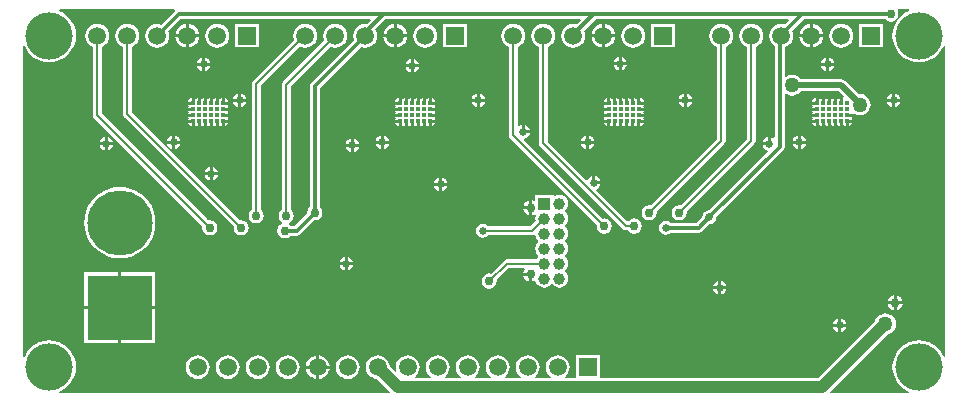
<source format=gbl>
G04*
G04 #@! TF.GenerationSoftware,Altium Limited,Altium Designer,20.1.12 (249)*
G04*
G04 Layer_Physical_Order=2*
G04 Layer_Color=16711680*
%FSLAX24Y24*%
%MOIN*%
G70*
G04*
G04 #@! TF.SameCoordinates,7611F4AC-675D-4E0A-8C32-16A27ADB78BB*
G04*
G04*
G04 #@! TF.FilePolarity,Positive*
G04*
G01*
G75*
%ADD45C,0.0120*%
%ADD46C,0.0080*%
%ADD47C,0.0400*%
%ADD50C,0.2172*%
%ADD51R,0.2172X0.2172*%
%ADD52R,0.0591X0.0591*%
%ADD53C,0.0591*%
%ADD54R,0.0394X0.0394*%
%ADD55C,0.0394*%
%ADD56C,0.0300*%
%ADD57C,0.0500*%
%ADD58C,0.0250*%
%ADD59C,0.0150*%
%ADD60C,0.1575*%
%ADD61C,0.0200*%
G36*
X56209Y39424D02*
X56055Y39341D01*
X55919Y39231D01*
X55809Y39095D01*
X55726Y38941D01*
X55675Y38774D01*
X55658Y38600D01*
X55675Y38426D01*
X55726Y38259D01*
X55809Y38105D01*
X55919Y37969D01*
X56055Y37859D01*
X56209Y37776D01*
X56376Y37725D01*
X56550Y37708D01*
X56724Y37725D01*
X56891Y37776D01*
X57045Y37859D01*
X57181Y37969D01*
X57291Y38105D01*
X57374Y38259D01*
X57423Y38252D01*
X57423Y27898D01*
X57374Y27891D01*
X57291Y28045D01*
X57181Y28181D01*
X57045Y28291D01*
X56891Y28374D01*
X56724Y28425D01*
X56550Y28442D01*
X56376Y28425D01*
X56209Y28374D01*
X56055Y28291D01*
X55919Y28181D01*
X55809Y28045D01*
X55726Y27891D01*
X55675Y27724D01*
X55658Y27550D01*
X55675Y27376D01*
X55726Y27209D01*
X55809Y27055D01*
X55919Y26919D01*
X56055Y26809D01*
X56209Y26726D01*
X56202Y26677D01*
X53599D01*
X53580Y26724D01*
X55511Y28654D01*
X55516Y28655D01*
X55601Y28690D01*
X55674Y28746D01*
X55730Y28819D01*
X55765Y28904D01*
X55777Y28996D01*
X55765Y29087D01*
X55730Y29172D01*
X55674Y29245D01*
X55601Y29301D01*
X55516Y29337D01*
X55424Y29349D01*
X55333Y29337D01*
X55248Y29301D01*
X55175Y29245D01*
X55119Y29172D01*
X55083Y29087D01*
X55083Y29082D01*
X53178Y27178D01*
X45895D01*
Y27945D01*
X45105D01*
Y27178D01*
X44746D01*
X44729Y27228D01*
X44782Y27268D01*
X44845Y27351D01*
X44885Y27447D01*
X44899Y27550D01*
X44885Y27653D01*
X44845Y27749D01*
X44782Y27832D01*
X44699Y27895D01*
X44603Y27935D01*
X44500Y27949D01*
X44397Y27935D01*
X44301Y27895D01*
X44218Y27832D01*
X44155Y27749D01*
X44115Y27653D01*
X44101Y27550D01*
X44115Y27447D01*
X44155Y27351D01*
X44218Y27268D01*
X44271Y27228D01*
X44254Y27178D01*
X43746D01*
X43729Y27228D01*
X43782Y27268D01*
X43845Y27351D01*
X43885Y27447D01*
X43899Y27550D01*
X43885Y27653D01*
X43845Y27749D01*
X43782Y27832D01*
X43699Y27895D01*
X43603Y27935D01*
X43500Y27949D01*
X43397Y27935D01*
X43301Y27895D01*
X43218Y27832D01*
X43155Y27749D01*
X43115Y27653D01*
X43101Y27550D01*
X43115Y27447D01*
X43155Y27351D01*
X43218Y27268D01*
X43271Y27228D01*
X43254Y27178D01*
X42746D01*
X42729Y27228D01*
X42782Y27268D01*
X42845Y27351D01*
X42885Y27447D01*
X42899Y27550D01*
X42885Y27653D01*
X42845Y27749D01*
X42782Y27832D01*
X42699Y27895D01*
X42603Y27935D01*
X42500Y27949D01*
X42397Y27935D01*
X42301Y27895D01*
X42218Y27832D01*
X42155Y27749D01*
X42115Y27653D01*
X42101Y27550D01*
X42115Y27447D01*
X42155Y27351D01*
X42218Y27268D01*
X42271Y27228D01*
X42254Y27178D01*
X41746D01*
X41729Y27228D01*
X41782Y27268D01*
X41845Y27351D01*
X41885Y27447D01*
X41899Y27550D01*
X41885Y27653D01*
X41845Y27749D01*
X41782Y27832D01*
X41699Y27895D01*
X41603Y27935D01*
X41500Y27949D01*
X41397Y27935D01*
X41301Y27895D01*
X41218Y27832D01*
X41155Y27749D01*
X41115Y27653D01*
X41101Y27550D01*
X41115Y27447D01*
X41155Y27351D01*
X41218Y27268D01*
X41271Y27228D01*
X41254Y27178D01*
X40746D01*
X40729Y27228D01*
X40782Y27268D01*
X40845Y27351D01*
X40885Y27447D01*
X40899Y27550D01*
X40885Y27653D01*
X40845Y27749D01*
X40782Y27832D01*
X40699Y27895D01*
X40603Y27935D01*
X40500Y27949D01*
X40397Y27935D01*
X40301Y27895D01*
X40218Y27832D01*
X40155Y27749D01*
X40115Y27653D01*
X40101Y27550D01*
X40115Y27447D01*
X40155Y27351D01*
X40218Y27268D01*
X40271Y27228D01*
X40254Y27178D01*
X39746D01*
X39729Y27228D01*
X39782Y27268D01*
X39845Y27351D01*
X39885Y27447D01*
X39899Y27550D01*
X39885Y27653D01*
X39845Y27749D01*
X39782Y27832D01*
X39699Y27895D01*
X39603Y27935D01*
X39500Y27949D01*
X39397Y27935D01*
X39301Y27895D01*
X39218Y27832D01*
X39155Y27749D01*
X39115Y27653D01*
X39101Y27550D01*
X39115Y27447D01*
X39124Y27424D01*
X39082Y27396D01*
X38894Y27584D01*
X38885Y27653D01*
X38845Y27749D01*
X38782Y27832D01*
X38699Y27895D01*
X38603Y27935D01*
X38500Y27949D01*
X38397Y27935D01*
X38301Y27895D01*
X38218Y27832D01*
X38155Y27749D01*
X38115Y27653D01*
X38101Y27550D01*
X38115Y27447D01*
X38155Y27351D01*
X38218Y27268D01*
X38301Y27205D01*
X38397Y27165D01*
X38466Y27156D01*
X38898Y26724D01*
X38879Y26677D01*
X27898D01*
X27891Y26726D01*
X28045Y26809D01*
X28181Y26919D01*
X28291Y27055D01*
X28374Y27209D01*
X28425Y27376D01*
X28442Y27550D01*
X28425Y27724D01*
X28374Y27891D01*
X28291Y28045D01*
X28181Y28181D01*
X28045Y28291D01*
X27891Y28374D01*
X27724Y28425D01*
X27550Y28442D01*
X27376Y28425D01*
X27209Y28374D01*
X27055Y28291D01*
X26919Y28181D01*
X26809Y28045D01*
X26726Y27891D01*
X26677Y27898D01*
X26677Y38252D01*
X26726Y38259D01*
X26809Y38105D01*
X26919Y37969D01*
X27055Y37859D01*
X27209Y37776D01*
X27376Y37725D01*
X27550Y37708D01*
X27724Y37725D01*
X27891Y37776D01*
X28045Y37859D01*
X28181Y37969D01*
X28291Y38105D01*
X28374Y38259D01*
X28425Y38426D01*
X28442Y38600D01*
X28425Y38774D01*
X28374Y38941D01*
X28291Y39095D01*
X28181Y39231D01*
X28045Y39341D01*
X27891Y39424D01*
X27898Y39473D01*
X31721D01*
X31742Y39423D01*
X31289Y38970D01*
X31253Y38985D01*
X31150Y38999D01*
X31047Y38985D01*
X30951Y38945D01*
X30868Y38882D01*
X30805Y38799D01*
X30765Y38703D01*
X30751Y38600D01*
X30765Y38497D01*
X30805Y38401D01*
X30868Y38318D01*
X30951Y38255D01*
X31047Y38215D01*
X31150Y38201D01*
X31253Y38215D01*
X31349Y38255D01*
X31432Y38318D01*
X31495Y38401D01*
X31535Y38497D01*
X31549Y38600D01*
X31535Y38703D01*
X31520Y38739D01*
X31943Y39162D01*
X38241D01*
X38260Y39116D01*
X38136Y38992D01*
X38083Y38999D01*
X37980Y38985D01*
X37884Y38945D01*
X37801Y38882D01*
X37738Y38799D01*
X37698Y38703D01*
X37685Y38600D01*
X37698Y38497D01*
X37713Y38461D01*
X36285Y37032D01*
X36249Y36979D01*
X36237Y36917D01*
Y32892D01*
X36220Y32880D01*
X36165Y32798D01*
X36145Y32700D01*
X36149Y32680D01*
X35732Y32263D01*
X35592D01*
X35580Y32280D01*
X35534Y32311D01*
X35545Y32364D01*
X35548Y32364D01*
X35630Y32420D01*
X35686Y32502D01*
X35705Y32600D01*
X35686Y32698D01*
X35630Y32780D01*
X35593Y32805D01*
Y36908D01*
X36924Y38238D01*
X36980Y38215D01*
X37083Y38201D01*
X37187Y38215D01*
X37283Y38255D01*
X37365Y38318D01*
X37429Y38401D01*
X37468Y38497D01*
X37482Y38600D01*
X37468Y38703D01*
X37429Y38799D01*
X37365Y38882D01*
X37283Y38945D01*
X37187Y38985D01*
X37083Y38999D01*
X36980Y38985D01*
X36884Y38945D01*
X36801Y38882D01*
X36738Y38799D01*
X36698Y38703D01*
X36685Y38600D01*
X36698Y38497D01*
X36722Y38440D01*
X35349Y37068D01*
X35318Y37021D01*
X35307Y36967D01*
X35307Y36967D01*
Y32805D01*
X35270Y32780D01*
X35215Y32698D01*
X35195Y32600D01*
X35215Y32502D01*
X35270Y32420D01*
X35316Y32389D01*
X35305Y32336D01*
X35302Y32336D01*
X35220Y32280D01*
X35164Y32198D01*
X35145Y32100D01*
X35164Y32002D01*
X35220Y31920D01*
X35302Y31865D01*
X35400Y31845D01*
X35498Y31865D01*
X35580Y31920D01*
X35592Y31937D01*
X35800D01*
X35862Y31949D01*
X35915Y31985D01*
X36380Y32449D01*
X36400Y32445D01*
X36498Y32464D01*
X36580Y32520D01*
X36635Y32602D01*
X36655Y32700D01*
X36635Y32798D01*
X36580Y32880D01*
X36563Y32892D01*
Y36849D01*
X37944Y38230D01*
X37980Y38215D01*
X38083Y38201D01*
X38187Y38215D01*
X38283Y38255D01*
X38365Y38318D01*
X38429Y38401D01*
X38468Y38497D01*
X38482Y38600D01*
X38468Y38703D01*
X38429Y38799D01*
X38418Y38813D01*
X38768Y39162D01*
X45241D01*
X45260Y39116D01*
X45127Y38982D01*
X45120Y38985D01*
X45017Y38999D01*
X44913Y38985D01*
X44817Y38945D01*
X44735Y38882D01*
X44671Y38799D01*
X44632Y38703D01*
X44618Y38600D01*
X44632Y38497D01*
X44671Y38401D01*
X44735Y38318D01*
X44817Y38255D01*
X44913Y38215D01*
X45017Y38201D01*
X45120Y38215D01*
X45216Y38255D01*
X45299Y38318D01*
X45362Y38401D01*
X45402Y38497D01*
X45415Y38600D01*
X45402Y38703D01*
X45375Y38769D01*
X45768Y39162D01*
X52191D01*
X52210Y39116D01*
X52072Y38977D01*
X52053Y38985D01*
X51950Y38999D01*
X51847Y38985D01*
X51751Y38945D01*
X51668Y38882D01*
X51605Y38799D01*
X51565Y38703D01*
X51551Y38600D01*
X51565Y38497D01*
X51605Y38401D01*
X51668Y38318D01*
X51737Y38265D01*
Y35206D01*
X51687Y35179D01*
X51638Y35212D01*
X51600Y35219D01*
Y35000D01*
X51550D01*
Y34950D01*
X51331D01*
X51338Y34912D01*
X51388Y34838D01*
X51462Y34788D01*
X51490Y34783D01*
X51504Y34735D01*
X49548Y32779D01*
X49462Y32762D01*
X49388Y32712D01*
X49338Y32638D01*
X49321Y32552D01*
X49132Y32363D01*
X48261D01*
X48188Y32412D01*
X48100Y32429D01*
X48012Y32412D01*
X47938Y32362D01*
X47888Y32288D01*
X47871Y32200D01*
X47888Y32112D01*
X47938Y32038D01*
X48012Y31988D01*
X48100Y31971D01*
X48188Y31988D01*
X48261Y32037D01*
X49200D01*
X49262Y32049D01*
X49315Y32085D01*
X49552Y32321D01*
X49638Y32338D01*
X49712Y32388D01*
X49762Y32462D01*
X49779Y32548D01*
X52015Y34785D01*
X52051Y34838D01*
X52063Y34900D01*
Y36642D01*
X52108Y36664D01*
X52133Y36644D01*
X52219Y36609D01*
X52310Y36597D01*
X52401Y36609D01*
X52487Y36644D01*
X52560Y36700D01*
X52595Y36746D01*
X53854D01*
X54029Y36572D01*
X54017Y36518D01*
X54014Y36516D01*
X54000Y36518D01*
Y36350D01*
X53900D01*
Y36518D01*
X53882Y36515D01*
X53850Y36494D01*
X53818Y36515D01*
X53800Y36518D01*
Y36350D01*
X53700D01*
Y36518D01*
X53682Y36515D01*
X53650Y36494D01*
X53618Y36515D01*
X53600Y36518D01*
Y36350D01*
X53500D01*
Y36518D01*
X53482Y36515D01*
X53450Y36494D01*
X53418Y36515D01*
X53400Y36518D01*
Y36350D01*
X53300D01*
Y36518D01*
X53282Y36515D01*
X53250Y36494D01*
X53218Y36515D01*
X53200Y36518D01*
Y36350D01*
X53150D01*
Y36300D01*
X52982D01*
X52985Y36282D01*
X53006Y36250D01*
X52985Y36218D01*
X52982Y36200D01*
X53150D01*
Y36100D01*
X52982D01*
X52985Y36082D01*
X53006Y36050D01*
X52985Y36018D01*
X52982Y36000D01*
X53150D01*
Y35900D01*
X52982D01*
X52985Y35882D01*
X53006Y35850D01*
X52985Y35818D01*
X52982Y35800D01*
X53150D01*
Y35750D01*
X53200D01*
Y35582D01*
X53218Y35585D01*
X53250Y35606D01*
X53282Y35585D01*
X53300Y35582D01*
Y35750D01*
X53400D01*
Y35582D01*
X53418Y35585D01*
X53450Y35606D01*
X53482Y35585D01*
X53500Y35582D01*
Y35750D01*
X53600D01*
Y35582D01*
X53618Y35585D01*
X53650Y35606D01*
X53682Y35585D01*
X53700Y35582D01*
Y35750D01*
X53800D01*
Y35582D01*
X53818Y35585D01*
X53850Y35606D01*
X53882Y35585D01*
X53900Y35582D01*
Y35750D01*
X54000D01*
Y35582D01*
X54018Y35585D01*
X54050Y35606D01*
X54082Y35585D01*
X54100Y35582D01*
Y35750D01*
X54150D01*
Y35800D01*
X54318D01*
X54315Y35818D01*
X54294Y35850D01*
X54315Y35882D01*
X54318Y35900D01*
X54150D01*
Y36000D01*
X54335D01*
X54366Y36019D01*
X54398Y35994D01*
X54483Y35959D01*
X54574Y35947D01*
X54666Y35959D01*
X54751Y35994D01*
X54824Y36050D01*
X54880Y36123D01*
X54915Y36209D01*
X54927Y36300D01*
X54915Y36391D01*
X54880Y36477D01*
X54824Y36550D01*
X54751Y36606D01*
X54666Y36641D01*
X54574Y36653D01*
X54530Y36647D01*
X54083Y37094D01*
X54017Y37138D01*
X53939Y37154D01*
X52595D01*
X52560Y37200D01*
X52487Y37256D01*
X52401Y37291D01*
X52310Y37303D01*
X52219Y37291D01*
X52133Y37256D01*
X52108Y37236D01*
X52063Y37258D01*
Y38219D01*
X52149Y38255D01*
X52232Y38318D01*
X52295Y38401D01*
X52335Y38497D01*
X52349Y38600D01*
X52335Y38703D01*
X52313Y38757D01*
X52718Y39162D01*
X55408D01*
X55420Y39145D01*
X55502Y39090D01*
X55600Y39070D01*
X55698Y39090D01*
X55780Y39145D01*
X55835Y39227D01*
X55855Y39325D01*
X55835Y39423D01*
X55832Y39428D01*
X55855Y39473D01*
X56202D01*
X56209Y39424D01*
D02*
G37*
%LPC*%
G36*
X53000Y38992D02*
Y38650D01*
X53342D01*
X53335Y38703D01*
X53295Y38799D01*
X53232Y38882D01*
X53149Y38945D01*
X53053Y38985D01*
X53000Y38992D01*
D02*
G37*
G36*
X32200D02*
Y38650D01*
X32542D01*
X32535Y38703D01*
X32495Y38799D01*
X32432Y38882D01*
X32349Y38945D01*
X32253Y38985D01*
X32200Y38992D01*
D02*
G37*
G36*
X39133Y38992D02*
Y38650D01*
X39475D01*
X39468Y38703D01*
X39429Y38799D01*
X39365Y38882D01*
X39283Y38945D01*
X39187Y38985D01*
X39133Y38992D01*
D02*
G37*
G36*
X46067D02*
Y38650D01*
X46409D01*
X46402Y38703D01*
X46362Y38799D01*
X46299Y38882D01*
X46216Y38945D01*
X46120Y38985D01*
X46067Y38992D01*
D02*
G37*
G36*
X45967Y38992D02*
X45913Y38985D01*
X45817Y38945D01*
X45735Y38882D01*
X45671Y38799D01*
X45632Y38703D01*
X45625Y38650D01*
X45967D01*
Y38992D01*
D02*
G37*
G36*
X39033D02*
X38980Y38985D01*
X38884Y38945D01*
X38801Y38882D01*
X38738Y38799D01*
X38698Y38703D01*
X38691Y38650D01*
X39033D01*
Y38992D01*
D02*
G37*
G36*
X32100D02*
X32047Y38985D01*
X31951Y38945D01*
X31868Y38882D01*
X31805Y38799D01*
X31765Y38703D01*
X31758Y38650D01*
X32100D01*
Y38992D01*
D02*
G37*
G36*
X52900Y38992D02*
X52847Y38985D01*
X52751Y38945D01*
X52668Y38882D01*
X52605Y38799D01*
X52565Y38703D01*
X52558Y38650D01*
X52900D01*
Y38992D01*
D02*
G37*
G36*
X45967Y38550D02*
X45625D01*
X45632Y38497D01*
X45671Y38401D01*
X45735Y38318D01*
X45817Y38255D01*
X45913Y38215D01*
X45967Y38208D01*
Y38550D01*
D02*
G37*
G36*
X53342D02*
X53000D01*
Y38208D01*
X53053Y38215D01*
X53149Y38255D01*
X53232Y38318D01*
X53295Y38401D01*
X53335Y38497D01*
X53342Y38550D01*
D02*
G37*
G36*
X39033D02*
X38691D01*
X38698Y38497D01*
X38738Y38401D01*
X38801Y38318D01*
X38884Y38255D01*
X38980Y38215D01*
X39033Y38208D01*
Y38550D01*
D02*
G37*
G36*
X32542D02*
X32200D01*
Y38208D01*
X32253Y38215D01*
X32349Y38255D01*
X32432Y38318D01*
X32495Y38401D01*
X32535Y38497D01*
X32542Y38550D01*
D02*
G37*
G36*
X32100D02*
X31758D01*
X31765Y38497D01*
X31805Y38401D01*
X31868Y38318D01*
X31951Y38255D01*
X32047Y38215D01*
X32100Y38208D01*
Y38550D01*
D02*
G37*
G36*
X39475D02*
X39133D01*
Y38208D01*
X39187Y38215D01*
X39283Y38255D01*
X39365Y38318D01*
X39429Y38401D01*
X39468Y38497D01*
X39475Y38550D01*
D02*
G37*
G36*
X52900D02*
X52558D01*
X52565Y38497D01*
X52605Y38401D01*
X52668Y38318D01*
X52751Y38255D01*
X52847Y38215D01*
X52900Y38208D01*
Y38550D01*
D02*
G37*
G36*
X46409D02*
X46067D01*
Y38208D01*
X46120Y38215D01*
X46216Y38255D01*
X46299Y38318D01*
X46362Y38401D01*
X46402Y38497D01*
X46409Y38550D01*
D02*
G37*
G36*
X55345Y38995D02*
X54555D01*
Y38205D01*
X55345D01*
Y38995D01*
D02*
G37*
G36*
X48412D02*
X47621D01*
Y38205D01*
X48412D01*
Y38995D01*
D02*
G37*
G36*
X41479D02*
X40688D01*
Y38205D01*
X41479D01*
Y38995D01*
D02*
G37*
G36*
X34545D02*
X33755D01*
Y38205D01*
X34545D01*
Y38995D01*
D02*
G37*
G36*
X53950Y38999D02*
X53847Y38985D01*
X53751Y38945D01*
X53668Y38882D01*
X53605Y38799D01*
X53565Y38703D01*
X53551Y38600D01*
X53565Y38497D01*
X53605Y38401D01*
X53668Y38318D01*
X53751Y38255D01*
X53847Y38215D01*
X53950Y38201D01*
X54053Y38215D01*
X54149Y38255D01*
X54232Y38318D01*
X54295Y38401D01*
X54335Y38497D01*
X54349Y38600D01*
X54335Y38703D01*
X54295Y38799D01*
X54232Y38882D01*
X54149Y38945D01*
X54053Y38985D01*
X53950Y38999D01*
D02*
G37*
G36*
X47017D02*
X46913Y38985D01*
X46817Y38945D01*
X46735Y38882D01*
X46671Y38799D01*
X46632Y38703D01*
X46618Y38600D01*
X46632Y38497D01*
X46671Y38401D01*
X46735Y38318D01*
X46817Y38255D01*
X46913Y38215D01*
X47017Y38201D01*
X47120Y38215D01*
X47216Y38255D01*
X47299Y38318D01*
X47362Y38401D01*
X47402Y38497D01*
X47415Y38600D01*
X47402Y38703D01*
X47362Y38799D01*
X47299Y38882D01*
X47216Y38945D01*
X47120Y38985D01*
X47017Y38999D01*
D02*
G37*
G36*
X40083D02*
X39980Y38985D01*
X39884Y38945D01*
X39801Y38882D01*
X39738Y38799D01*
X39698Y38703D01*
X39685Y38600D01*
X39698Y38497D01*
X39738Y38401D01*
X39801Y38318D01*
X39884Y38255D01*
X39980Y38215D01*
X40083Y38201D01*
X40187Y38215D01*
X40283Y38255D01*
X40365Y38318D01*
X40429Y38401D01*
X40468Y38497D01*
X40482Y38600D01*
X40468Y38703D01*
X40429Y38799D01*
X40365Y38882D01*
X40283Y38945D01*
X40187Y38985D01*
X40083Y38999D01*
D02*
G37*
G36*
X36083D02*
X35980Y38985D01*
X35884Y38945D01*
X35801Y38882D01*
X35738Y38799D01*
X35698Y38703D01*
X35685Y38600D01*
X35698Y38497D01*
X35712Y38464D01*
X34349Y37101D01*
X34318Y37055D01*
X34307Y37000D01*
X34307Y37000D01*
Y32805D01*
X34270Y32780D01*
X34214Y32698D01*
X34195Y32600D01*
X34214Y32502D01*
X34270Y32420D01*
X34352Y32364D01*
X34450Y32345D01*
X34548Y32364D01*
X34630Y32420D01*
X34685Y32502D01*
X34705Y32600D01*
X34685Y32698D01*
X34630Y32780D01*
X34593Y32805D01*
Y36941D01*
X35900Y38248D01*
X35980Y38215D01*
X36083Y38201D01*
X36187Y38215D01*
X36283Y38255D01*
X36365Y38318D01*
X36429Y38401D01*
X36468Y38497D01*
X36482Y38600D01*
X36468Y38703D01*
X36429Y38799D01*
X36365Y38882D01*
X36283Y38945D01*
X36187Y38985D01*
X36083Y38999D01*
D02*
G37*
G36*
X33150D02*
X33047Y38985D01*
X32951Y38945D01*
X32868Y38882D01*
X32805Y38799D01*
X32765Y38703D01*
X32751Y38600D01*
X32765Y38497D01*
X32805Y38401D01*
X32868Y38318D01*
X32951Y38255D01*
X33047Y38215D01*
X33150Y38201D01*
X33253Y38215D01*
X33349Y38255D01*
X33432Y38318D01*
X33495Y38401D01*
X33535Y38497D01*
X33549Y38600D01*
X33535Y38703D01*
X33495Y38799D01*
X33432Y38882D01*
X33349Y38945D01*
X33253Y38985D01*
X33150Y38999D01*
D02*
G37*
G36*
X46629Y37886D02*
Y37717D01*
X46798D01*
X46791Y37755D01*
X46741Y37829D01*
X46666Y37879D01*
X46629Y37886D01*
D02*
G37*
G36*
X46529D02*
X46491Y37879D01*
X46416Y37829D01*
X46367Y37755D01*
X46359Y37717D01*
X46529D01*
Y37886D01*
D02*
G37*
G36*
X53550Y37869D02*
Y37700D01*
X53719D01*
X53712Y37738D01*
X53662Y37812D01*
X53588Y37862D01*
X53550Y37869D01*
D02*
G37*
G36*
X53450D02*
X53412Y37862D01*
X53338Y37812D01*
X53288Y37738D01*
X53281Y37700D01*
X53450D01*
Y37869D01*
D02*
G37*
G36*
X32750D02*
Y37700D01*
X32919D01*
X32912Y37738D01*
X32862Y37812D01*
X32788Y37862D01*
X32750Y37869D01*
D02*
G37*
G36*
X32650D02*
X32612Y37862D01*
X32538Y37812D01*
X32488Y37738D01*
X32481Y37700D01*
X32650D01*
Y37869D01*
D02*
G37*
G36*
X39700Y37819D02*
Y37650D01*
X39869D01*
X39862Y37688D01*
X39812Y37762D01*
X39738Y37812D01*
X39700Y37819D01*
D02*
G37*
G36*
X39600D02*
X39562Y37812D01*
X39488Y37762D01*
X39438Y37688D01*
X39431Y37650D01*
X39600D01*
Y37819D01*
D02*
G37*
G36*
X46798Y37617D02*
X46629D01*
Y37448D01*
X46666Y37455D01*
X46741Y37505D01*
X46791Y37579D01*
X46798Y37617D01*
D02*
G37*
G36*
X46529D02*
X46359D01*
X46367Y37579D01*
X46416Y37505D01*
X46491Y37455D01*
X46529Y37448D01*
Y37617D01*
D02*
G37*
G36*
X32919Y37600D02*
X32750D01*
Y37431D01*
X32788Y37438D01*
X32862Y37488D01*
X32912Y37562D01*
X32919Y37600D01*
D02*
G37*
G36*
X32650D02*
X32481D01*
X32488Y37562D01*
X32538Y37488D01*
X32612Y37438D01*
X32650Y37431D01*
Y37600D01*
D02*
G37*
G36*
X53719D02*
X53550D01*
Y37431D01*
X53588Y37438D01*
X53662Y37488D01*
X53712Y37562D01*
X53719Y37600D01*
D02*
G37*
G36*
X53450D02*
X53281D01*
X53288Y37562D01*
X53338Y37488D01*
X53412Y37438D01*
X53450Y37431D01*
Y37600D01*
D02*
G37*
G36*
X39869Y37550D02*
X39700D01*
Y37381D01*
X39738Y37388D01*
X39812Y37438D01*
X39862Y37512D01*
X39869Y37550D01*
D02*
G37*
G36*
X39600D02*
X39431D01*
X39438Y37512D01*
X39488Y37438D01*
X39562Y37388D01*
X39600Y37381D01*
Y37550D01*
D02*
G37*
G36*
X55750Y36669D02*
Y36500D01*
X55919D01*
X55912Y36538D01*
X55862Y36612D01*
X55788Y36662D01*
X55750Y36669D01*
D02*
G37*
G36*
X55650D02*
X55612Y36662D01*
X55538Y36612D01*
X55488Y36538D01*
X55481Y36500D01*
X55650D01*
Y36669D01*
D02*
G37*
G36*
X48800D02*
Y36500D01*
X48969D01*
X48962Y36538D01*
X48912Y36612D01*
X48838Y36662D01*
X48800Y36669D01*
D02*
G37*
G36*
X48700D02*
X48662Y36662D01*
X48588Y36612D01*
X48538Y36538D01*
X48531Y36500D01*
X48700D01*
Y36669D01*
D02*
G37*
G36*
X41900D02*
Y36500D01*
X42069D01*
X42062Y36538D01*
X42012Y36612D01*
X41938Y36662D01*
X41900Y36669D01*
D02*
G37*
G36*
X41800D02*
X41762Y36662D01*
X41688Y36612D01*
X41638Y36538D01*
X41631Y36500D01*
X41800D01*
Y36669D01*
D02*
G37*
G36*
X33950D02*
Y36500D01*
X34119D01*
X34112Y36538D01*
X34062Y36612D01*
X33988Y36662D01*
X33950Y36669D01*
D02*
G37*
G36*
X33850D02*
X33812Y36662D01*
X33738Y36612D01*
X33688Y36538D01*
X33681Y36500D01*
X33850D01*
Y36669D01*
D02*
G37*
G36*
X47150Y36518D02*
X47132Y36515D01*
X47100Y36494D01*
X47068Y36515D01*
X47050Y36518D01*
Y36350D01*
X46950D01*
Y36518D01*
X46932Y36515D01*
X46900Y36494D01*
X46868Y36515D01*
X46850Y36518D01*
Y36350D01*
X46750D01*
Y36518D01*
X46732Y36515D01*
X46700Y36494D01*
X46668Y36515D01*
X46650Y36518D01*
Y36350D01*
X46550D01*
Y36518D01*
X46532Y36515D01*
X46500Y36494D01*
X46468Y36515D01*
X46450Y36518D01*
Y36350D01*
X46350D01*
Y36518D01*
X46332Y36515D01*
X46300Y36494D01*
X46268Y36515D01*
X46250Y36518D01*
Y36350D01*
X46200D01*
Y36300D01*
X46032D01*
X46035Y36282D01*
X46056Y36250D01*
X46035Y36218D01*
X46032Y36200D01*
X46200D01*
Y36100D01*
X46032D01*
X46035Y36082D01*
X46056Y36050D01*
X46035Y36018D01*
X46032Y36000D01*
X46200D01*
Y35900D01*
X46032D01*
X46035Y35882D01*
X46056Y35850D01*
X46035Y35818D01*
X46032Y35800D01*
X46200D01*
Y35750D01*
X46250D01*
Y35582D01*
X46268Y35585D01*
X46300Y35606D01*
X46332Y35585D01*
X46350Y35582D01*
Y35750D01*
X46450D01*
Y35582D01*
X46468Y35585D01*
X46500Y35606D01*
X46532Y35585D01*
X46550Y35582D01*
Y35750D01*
X46650D01*
Y35582D01*
X46668Y35585D01*
X46700Y35606D01*
X46732Y35585D01*
X46750Y35582D01*
Y35750D01*
X46850D01*
Y35582D01*
X46868Y35585D01*
X46900Y35606D01*
X46932Y35585D01*
X46950Y35582D01*
Y35750D01*
X47050D01*
Y35582D01*
X47068Y35585D01*
X47100Y35606D01*
X47132Y35585D01*
X47150Y35582D01*
Y35750D01*
X47200D01*
Y35800D01*
X47368D01*
X47365Y35818D01*
X47344Y35850D01*
X47365Y35882D01*
X47368Y35900D01*
X47200D01*
Y36000D01*
X47368D01*
X47365Y36018D01*
X47344Y36050D01*
X47365Y36082D01*
X47368Y36100D01*
X47200D01*
Y36200D01*
X47368D01*
X47365Y36218D01*
X47344Y36250D01*
X47365Y36282D01*
X47368Y36300D01*
X47200D01*
Y36350D01*
X47150D01*
Y36518D01*
D02*
G37*
G36*
X40200D02*
X40182Y36515D01*
X40150Y36494D01*
X40118Y36515D01*
X40100Y36518D01*
Y36350D01*
X40000D01*
Y36518D01*
X39982Y36515D01*
X39950Y36494D01*
X39918Y36515D01*
X39900Y36518D01*
Y36350D01*
X39800D01*
Y36518D01*
X39782Y36515D01*
X39750Y36494D01*
X39718Y36515D01*
X39700Y36518D01*
Y36350D01*
X39600D01*
Y36518D01*
X39582Y36515D01*
X39550Y36494D01*
X39518Y36515D01*
X39500Y36518D01*
Y36350D01*
X39400D01*
Y36518D01*
X39382Y36515D01*
X39350Y36494D01*
X39318Y36515D01*
X39300Y36518D01*
Y36350D01*
X39250D01*
Y36300D01*
X39082D01*
X39085Y36282D01*
X39106Y36250D01*
X39085Y36218D01*
X39082Y36200D01*
X39250D01*
Y36100D01*
X39082D01*
X39085Y36082D01*
X39106Y36050D01*
X39085Y36018D01*
X39082Y36000D01*
X39250D01*
Y35900D01*
X39082D01*
X39085Y35882D01*
X39106Y35850D01*
X39085Y35818D01*
X39082Y35800D01*
X39250D01*
Y35750D01*
X39300D01*
Y35582D01*
X39318Y35585D01*
X39350Y35606D01*
X39382Y35585D01*
X39400Y35582D01*
Y35750D01*
X39500D01*
Y35582D01*
X39518Y35585D01*
X39550Y35606D01*
X39582Y35585D01*
X39600Y35582D01*
Y35750D01*
X39700D01*
Y35582D01*
X39718Y35585D01*
X39750Y35606D01*
X39782Y35585D01*
X39800Y35582D01*
Y35750D01*
X39900D01*
Y35582D01*
X39918Y35585D01*
X39950Y35606D01*
X39982Y35585D01*
X40000Y35582D01*
Y35750D01*
X40100D01*
Y35582D01*
X40118Y35585D01*
X40150Y35606D01*
X40182Y35585D01*
X40200Y35582D01*
Y35750D01*
X40250D01*
Y35800D01*
X40418D01*
X40415Y35818D01*
X40394Y35850D01*
X40415Y35882D01*
X40418Y35900D01*
X40250D01*
Y36000D01*
X40418D01*
X40415Y36018D01*
X40394Y36050D01*
X40415Y36082D01*
X40418Y36100D01*
X40250D01*
Y36200D01*
X40418D01*
X40415Y36218D01*
X40394Y36250D01*
X40415Y36282D01*
X40418Y36300D01*
X40250D01*
Y36350D01*
X40200D01*
Y36518D01*
D02*
G37*
G36*
X33300D02*
X33282Y36515D01*
X33250Y36494D01*
X33218Y36515D01*
X33200Y36518D01*
Y36350D01*
X33100D01*
Y36518D01*
X33082Y36515D01*
X33050Y36494D01*
X33018Y36515D01*
X33000Y36518D01*
Y36350D01*
X32900D01*
Y36518D01*
X32882Y36515D01*
X32850Y36494D01*
X32818Y36515D01*
X32800Y36518D01*
Y36350D01*
X32700D01*
Y36518D01*
X32682Y36515D01*
X32650Y36494D01*
X32618Y36515D01*
X32600Y36518D01*
Y36350D01*
X32500D01*
Y36518D01*
X32482Y36515D01*
X32450Y36494D01*
X32418Y36515D01*
X32400Y36518D01*
Y36350D01*
X32350D01*
Y36300D01*
X32182D01*
X32185Y36282D01*
X32206Y36250D01*
X32185Y36218D01*
X32182Y36200D01*
X32350D01*
Y36100D01*
X32182D01*
X32185Y36082D01*
X32206Y36050D01*
X32185Y36018D01*
X32182Y36000D01*
X32350D01*
Y35900D01*
X32182D01*
X32185Y35882D01*
X32206Y35850D01*
X32185Y35818D01*
X32182Y35800D01*
X32350D01*
Y35750D01*
X32400D01*
Y35582D01*
X32418Y35585D01*
X32450Y35606D01*
X32482Y35585D01*
X32500Y35582D01*
Y35750D01*
X32600D01*
Y35582D01*
X32618Y35585D01*
X32650Y35606D01*
X32682Y35585D01*
X32700Y35582D01*
Y35750D01*
X32800D01*
Y35582D01*
X32818Y35585D01*
X32850Y35606D01*
X32882Y35585D01*
X32900Y35582D01*
Y35750D01*
X33000D01*
Y35582D01*
X33018Y35585D01*
X33050Y35606D01*
X33082Y35585D01*
X33100Y35582D01*
Y35750D01*
X33200D01*
Y35582D01*
X33218Y35585D01*
X33250Y35606D01*
X33282Y35585D01*
X33300Y35582D01*
Y35750D01*
X33350D01*
Y35800D01*
X33518D01*
X33515Y35818D01*
X33494Y35850D01*
X33515Y35882D01*
X33518Y35900D01*
X33350D01*
Y36000D01*
X33518D01*
X33515Y36018D01*
X33494Y36050D01*
X33515Y36082D01*
X33518Y36100D01*
X33350D01*
Y36200D01*
X33518D01*
X33515Y36218D01*
X33494Y36250D01*
X33515Y36282D01*
X33518Y36300D01*
X33350D01*
Y36350D01*
X33300D01*
Y36518D01*
D02*
G37*
G36*
X53100D02*
X53082Y36515D01*
X53024Y36476D01*
X52985Y36418D01*
X52982Y36400D01*
X53100D01*
Y36518D01*
D02*
G37*
G36*
X47250D02*
Y36400D01*
X47368D01*
X47365Y36418D01*
X47326Y36476D01*
X47268Y36515D01*
X47250Y36518D01*
D02*
G37*
G36*
X46150D02*
X46132Y36515D01*
X46074Y36476D01*
X46035Y36418D01*
X46032Y36400D01*
X46150D01*
Y36518D01*
D02*
G37*
G36*
X40300D02*
Y36400D01*
X40418D01*
X40415Y36418D01*
X40376Y36476D01*
X40318Y36515D01*
X40300Y36518D01*
D02*
G37*
G36*
X39200D02*
X39182Y36515D01*
X39124Y36476D01*
X39085Y36418D01*
X39082Y36400D01*
X39200D01*
Y36518D01*
D02*
G37*
G36*
X33400D02*
Y36400D01*
X33518D01*
X33515Y36418D01*
X33476Y36476D01*
X33418Y36515D01*
X33400Y36518D01*
D02*
G37*
G36*
X32300D02*
X32282Y36515D01*
X32224Y36476D01*
X32185Y36418D01*
X32182Y36400D01*
X32300D01*
Y36518D01*
D02*
G37*
G36*
X55919Y36400D02*
X55750D01*
Y36231D01*
X55788Y36238D01*
X55862Y36288D01*
X55912Y36362D01*
X55919Y36400D01*
D02*
G37*
G36*
X55650D02*
X55481D01*
X55488Y36362D01*
X55538Y36288D01*
X55612Y36238D01*
X55650Y36231D01*
Y36400D01*
D02*
G37*
G36*
X48969D02*
X48800D01*
Y36231D01*
X48838Y36238D01*
X48912Y36288D01*
X48962Y36362D01*
X48969Y36400D01*
D02*
G37*
G36*
X48700D02*
X48531D01*
X48538Y36362D01*
X48588Y36288D01*
X48662Y36238D01*
X48700Y36231D01*
Y36400D01*
D02*
G37*
G36*
X42069D02*
X41900D01*
Y36231D01*
X41938Y36238D01*
X42012Y36288D01*
X42062Y36362D01*
X42069Y36400D01*
D02*
G37*
G36*
X41800D02*
X41631D01*
X41638Y36362D01*
X41688Y36288D01*
X41762Y36238D01*
X41800Y36231D01*
Y36400D01*
D02*
G37*
G36*
X34119D02*
X33950D01*
Y36231D01*
X33988Y36238D01*
X34062Y36288D01*
X34112Y36362D01*
X34119Y36400D01*
D02*
G37*
G36*
X33850D02*
X33681D01*
X33688Y36362D01*
X33738Y36288D01*
X33812Y36238D01*
X33850Y36231D01*
Y36400D01*
D02*
G37*
G36*
X54318Y35700D02*
X54200D01*
Y35582D01*
X54218Y35585D01*
X54276Y35624D01*
X54315Y35682D01*
X54318Y35700D01*
D02*
G37*
G36*
X53100D02*
X52982D01*
X52985Y35682D01*
X53024Y35624D01*
X53082Y35585D01*
X53100Y35582D01*
Y35700D01*
D02*
G37*
G36*
X47368D02*
X47250D01*
Y35582D01*
X47268Y35585D01*
X47326Y35624D01*
X47365Y35682D01*
X47368Y35700D01*
D02*
G37*
G36*
X46150D02*
X46032D01*
X46035Y35682D01*
X46074Y35624D01*
X46132Y35585D01*
X46150Y35582D01*
Y35700D01*
D02*
G37*
G36*
X40418D02*
X40300D01*
Y35582D01*
X40318Y35585D01*
X40376Y35624D01*
X40415Y35682D01*
X40418Y35700D01*
D02*
G37*
G36*
X39200D02*
X39082D01*
X39085Y35682D01*
X39124Y35624D01*
X39182Y35585D01*
X39200Y35582D01*
Y35700D01*
D02*
G37*
G36*
X33518D02*
X33400D01*
Y35582D01*
X33418Y35585D01*
X33476Y35624D01*
X33515Y35682D01*
X33518Y35700D01*
D02*
G37*
G36*
X32300D02*
X32182D01*
X32185Y35682D01*
X32224Y35624D01*
X32282Y35585D01*
X32300Y35582D01*
Y35700D01*
D02*
G37*
G36*
X43400Y35619D02*
Y35450D01*
X43569D01*
X43562Y35488D01*
X43512Y35562D01*
X43438Y35612D01*
X43400Y35619D01*
D02*
G37*
G36*
X52600Y35269D02*
Y35100D01*
X52769D01*
X52762Y35138D01*
X52712Y35212D01*
X52638Y35262D01*
X52600Y35269D01*
D02*
G37*
G36*
X52500D02*
X52462Y35262D01*
X52388Y35212D01*
X52338Y35138D01*
X52331Y35100D01*
X52500D01*
Y35269D01*
D02*
G37*
G36*
X45550D02*
Y35100D01*
X45719D01*
X45712Y35138D01*
X45662Y35212D01*
X45588Y35262D01*
X45550Y35269D01*
D02*
G37*
G36*
X45450D02*
X45412Y35262D01*
X45338Y35212D01*
X45288Y35138D01*
X45281Y35100D01*
X45450D01*
Y35269D01*
D02*
G37*
G36*
X38700D02*
Y35100D01*
X38869D01*
X38862Y35138D01*
X38812Y35212D01*
X38738Y35262D01*
X38700Y35269D01*
D02*
G37*
G36*
X38600D02*
X38562Y35262D01*
X38488Y35212D01*
X38438Y35138D01*
X38431Y35100D01*
X38600D01*
Y35269D01*
D02*
G37*
G36*
X31750D02*
Y35100D01*
X31919D01*
X31912Y35138D01*
X31862Y35212D01*
X31788Y35262D01*
X31750Y35269D01*
D02*
G37*
G36*
X31650D02*
X31612Y35262D01*
X31538Y35212D01*
X31488Y35138D01*
X31481Y35100D01*
X31650D01*
Y35269D01*
D02*
G37*
G36*
X51500Y35219D02*
X51462Y35212D01*
X51388Y35162D01*
X51338Y35088D01*
X51331Y35050D01*
X51500D01*
Y35219D01*
D02*
G37*
G36*
X29500D02*
Y35050D01*
X29669D01*
X29662Y35088D01*
X29612Y35162D01*
X29538Y35212D01*
X29500Y35219D01*
D02*
G37*
G36*
X29400D02*
X29362Y35212D01*
X29288Y35162D01*
X29238Y35088D01*
X29231Y35050D01*
X29400D01*
Y35219D01*
D02*
G37*
G36*
X37700Y35169D02*
Y35000D01*
X37869D01*
X37862Y35038D01*
X37812Y35112D01*
X37738Y35162D01*
X37700Y35169D01*
D02*
G37*
G36*
X37600D02*
X37562Y35162D01*
X37488Y35112D01*
X37438Y35038D01*
X37431Y35000D01*
X37600D01*
Y35169D01*
D02*
G37*
G36*
X52769Y35000D02*
X52600D01*
Y34831D01*
X52638Y34838D01*
X52712Y34888D01*
X52762Y34962D01*
X52769Y35000D01*
D02*
G37*
G36*
X52500D02*
X52331D01*
X52338Y34962D01*
X52388Y34888D01*
X52462Y34838D01*
X52500Y34831D01*
Y35000D01*
D02*
G37*
G36*
X45719D02*
X45550D01*
Y34831D01*
X45588Y34838D01*
X45662Y34888D01*
X45712Y34962D01*
X45719Y35000D01*
D02*
G37*
G36*
X45450D02*
X45281D01*
X45288Y34962D01*
X45338Y34888D01*
X45412Y34838D01*
X45450Y34831D01*
Y35000D01*
D02*
G37*
G36*
X38869D02*
X38700D01*
Y34831D01*
X38738Y34838D01*
X38812Y34888D01*
X38862Y34962D01*
X38869Y35000D01*
D02*
G37*
G36*
X38600D02*
X38431D01*
X38438Y34962D01*
X38488Y34888D01*
X38562Y34838D01*
X38600Y34831D01*
Y35000D01*
D02*
G37*
G36*
X31919D02*
X31750D01*
Y34831D01*
X31788Y34838D01*
X31862Y34888D01*
X31912Y34962D01*
X31919Y35000D01*
D02*
G37*
G36*
X31650D02*
X31481D01*
X31488Y34962D01*
X31538Y34888D01*
X31612Y34838D01*
X31650Y34831D01*
Y35000D01*
D02*
G37*
G36*
X29669Y34950D02*
X29500D01*
Y34781D01*
X29538Y34788D01*
X29612Y34838D01*
X29662Y34912D01*
X29669Y34950D01*
D02*
G37*
G36*
X29400D02*
X29231D01*
X29238Y34912D01*
X29288Y34838D01*
X29362Y34788D01*
X29400Y34781D01*
Y34950D01*
D02*
G37*
G36*
X37869Y34900D02*
X37700D01*
Y34731D01*
X37738Y34738D01*
X37812Y34788D01*
X37862Y34862D01*
X37869Y34900D01*
D02*
G37*
G36*
X37600D02*
X37431D01*
X37438Y34862D01*
X37488Y34788D01*
X37562Y34738D01*
X37600Y34731D01*
Y34900D01*
D02*
G37*
G36*
X33000Y34219D02*
Y34050D01*
X33169D01*
X33162Y34088D01*
X33112Y34162D01*
X33038Y34212D01*
X33000Y34219D01*
D02*
G37*
G36*
X32900D02*
X32862Y34212D01*
X32788Y34162D01*
X32738Y34088D01*
X32731Y34050D01*
X32900D01*
Y34219D01*
D02*
G37*
G36*
X33169Y33950D02*
X33000D01*
Y33781D01*
X33038Y33788D01*
X33112Y33838D01*
X33162Y33912D01*
X33169Y33950D01*
D02*
G37*
G36*
X32900D02*
X32731D01*
X32738Y33912D01*
X32788Y33838D01*
X32862Y33788D01*
X32900Y33781D01*
Y33950D01*
D02*
G37*
G36*
X45750Y33919D02*
Y33750D01*
X45919D01*
X45912Y33788D01*
X45862Y33862D01*
X45788Y33912D01*
X45750Y33919D01*
D02*
G37*
G36*
X40650Y33869D02*
Y33700D01*
X40819D01*
X40812Y33738D01*
X40762Y33812D01*
X40688Y33862D01*
X40650Y33869D01*
D02*
G37*
G36*
X40550D02*
X40512Y33862D01*
X40438Y33812D01*
X40388Y33738D01*
X40381Y33700D01*
X40550D01*
Y33869D01*
D02*
G37*
G36*
X40819Y33600D02*
X40650D01*
Y33431D01*
X40688Y33438D01*
X40762Y33488D01*
X40812Y33562D01*
X40819Y33600D01*
D02*
G37*
G36*
X40550D02*
X40381D01*
X40388Y33562D01*
X40438Y33488D01*
X40512Y33438D01*
X40550Y33431D01*
Y33600D01*
D02*
G37*
G36*
X44550Y33299D02*
X44473Y33289D01*
X44400Y33259D01*
X44392Y33253D01*
X44347Y33275D01*
Y33297D01*
X43753D01*
Y33112D01*
X43709Y33089D01*
X43698Y33097D01*
X43650Y33106D01*
Y32861D01*
Y32616D01*
X43698Y32626D01*
X43738Y32652D01*
X43778Y32619D01*
X43761Y32577D01*
X43751Y32500D01*
X43761Y32423D01*
X43764Y32416D01*
X43591Y32243D01*
X42175D01*
X42162Y32262D01*
X42088Y32312D01*
X42000Y32329D01*
X41912Y32312D01*
X41838Y32262D01*
X41788Y32188D01*
X41771Y32100D01*
X41788Y32012D01*
X41838Y31938D01*
X41912Y31888D01*
X42000Y31871D01*
X42088Y31888D01*
X42162Y31938D01*
X42175Y31957D01*
X43650D01*
X43650Y31957D01*
X43704Y31968D01*
X43705Y31968D01*
X43732Y31963D01*
X43757Y31952D01*
X43761Y31923D01*
X43791Y31850D01*
X43838Y31788D01*
X43856Y31775D01*
Y31725D01*
X43838Y31712D01*
X43791Y31650D01*
X43761Y31577D01*
X43751Y31500D01*
X43761Y31423D01*
X43791Y31350D01*
X43838Y31288D01*
X43856Y31275D01*
Y31225D01*
X43838Y31212D01*
X43791Y31150D01*
X43788Y31143D01*
X42797D01*
X42797Y31143D01*
X42742Y31132D01*
X42696Y31101D01*
X42696Y31101D01*
X42261Y30666D01*
X42217Y30675D01*
X42119Y30656D01*
X42037Y30600D01*
X41981Y30518D01*
X41962Y30420D01*
X41981Y30322D01*
X42037Y30240D01*
X42119Y30185D01*
X42217Y30165D01*
X42315Y30185D01*
X42397Y30240D01*
X42452Y30322D01*
X42472Y30420D01*
X42463Y30464D01*
X42856Y30857D01*
X43378D01*
X43404Y30807D01*
X43365Y30748D01*
X43355Y30700D01*
X43600D01*
Y30650D01*
X43650D01*
Y30405D01*
X43698Y30415D01*
X43715Y30426D01*
X43769Y30402D01*
X43791Y30350D01*
X43838Y30288D01*
X43900Y30241D01*
X43973Y30211D01*
X44050Y30201D01*
X44127Y30211D01*
X44200Y30241D01*
X44262Y30288D01*
X44275Y30306D01*
X44325D01*
X44338Y30288D01*
X44400Y30241D01*
X44473Y30211D01*
X44550Y30201D01*
X44627Y30211D01*
X44700Y30241D01*
X44762Y30288D01*
X44809Y30350D01*
X44839Y30423D01*
X44849Y30500D01*
X44839Y30577D01*
X44809Y30650D01*
X44762Y30712D01*
X44744Y30725D01*
Y30775D01*
X44762Y30788D01*
X44809Y30850D01*
X44839Y30923D01*
X44849Y31000D01*
X44839Y31077D01*
X44809Y31150D01*
X44762Y31212D01*
X44744Y31225D01*
Y31275D01*
X44762Y31288D01*
X44809Y31350D01*
X44839Y31423D01*
X44849Y31500D01*
X44839Y31577D01*
X44809Y31650D01*
X44762Y31712D01*
X44744Y31725D01*
Y31775D01*
X44762Y31788D01*
X44809Y31850D01*
X44839Y31923D01*
X44849Y32000D01*
X44839Y32077D01*
X44809Y32150D01*
X44762Y32212D01*
X44744Y32225D01*
Y32275D01*
X44762Y32288D01*
X44809Y32350D01*
X44839Y32423D01*
X44849Y32500D01*
X44839Y32577D01*
X44809Y32650D01*
X44762Y32712D01*
X44744Y32725D01*
Y32775D01*
X44762Y32788D01*
X44809Y32850D01*
X44839Y32923D01*
X44849Y33000D01*
X44839Y33077D01*
X44809Y33150D01*
X44762Y33212D01*
X44700Y33259D01*
X44627Y33289D01*
X44550Y33299D01*
D02*
G37*
G36*
X50950Y38999D02*
X50847Y38985D01*
X50751Y38945D01*
X50668Y38882D01*
X50605Y38799D01*
X50565Y38703D01*
X50551Y38600D01*
X50565Y38497D01*
X50605Y38401D01*
X50668Y38318D01*
X50751Y38255D01*
X50807Y38231D01*
Y35159D01*
X48594Y32946D01*
X48550Y32955D01*
X48452Y32936D01*
X48370Y32880D01*
X48314Y32798D01*
X48295Y32700D01*
X48314Y32602D01*
X48370Y32520D01*
X48452Y32464D01*
X48550Y32445D01*
X48648Y32464D01*
X48730Y32520D01*
X48786Y32602D01*
X48805Y32700D01*
X48796Y32744D01*
X51051Y34999D01*
X51051Y34999D01*
X51082Y35045D01*
X51093Y35100D01*
X51093Y35100D01*
Y38231D01*
X51149Y38255D01*
X51232Y38318D01*
X51295Y38401D01*
X51335Y38497D01*
X51349Y38600D01*
X51335Y38703D01*
X51295Y38799D01*
X51232Y38882D01*
X51149Y38945D01*
X51053Y38985D01*
X50950Y38999D01*
D02*
G37*
G36*
X49950D02*
X49847Y38985D01*
X49751Y38945D01*
X49668Y38882D01*
X49605Y38799D01*
X49565Y38703D01*
X49551Y38600D01*
X49565Y38497D01*
X49605Y38401D01*
X49668Y38318D01*
X49751Y38255D01*
X49807Y38231D01*
Y35159D01*
X47594Y32946D01*
X47550Y32955D01*
X47452Y32936D01*
X47370Y32880D01*
X47315Y32798D01*
X47295Y32700D01*
X47315Y32602D01*
X47370Y32520D01*
X47452Y32464D01*
X47550Y32445D01*
X47648Y32464D01*
X47730Y32520D01*
X47786Y32602D01*
X47805Y32700D01*
X47796Y32744D01*
X50051Y34999D01*
X50051Y34999D01*
X50082Y35045D01*
X50093Y35100D01*
X50093Y35100D01*
Y38231D01*
X50149Y38255D01*
X50232Y38318D01*
X50295Y38401D01*
X50335Y38497D01*
X50349Y38600D01*
X50335Y38703D01*
X50295Y38799D01*
X50232Y38882D01*
X50149Y38945D01*
X50053Y38985D01*
X49950Y38999D01*
D02*
G37*
G36*
X43550Y33106D02*
X43502Y33097D01*
X43420Y33041D01*
X43365Y32959D01*
X43355Y32911D01*
X43550D01*
Y33106D01*
D02*
G37*
G36*
Y32811D02*
X43355D01*
X43365Y32763D01*
X43420Y32681D01*
X43502Y32626D01*
X43550Y32616D01*
Y32811D01*
D02*
G37*
G36*
X44017Y38999D02*
X43913Y38985D01*
X43817Y38945D01*
X43735Y38882D01*
X43671Y38799D01*
X43632Y38703D01*
X43618Y38600D01*
X43632Y38497D01*
X43671Y38401D01*
X43735Y38318D01*
X43817Y38255D01*
X43874Y38231D01*
Y35009D01*
X43874Y35009D01*
X43885Y34954D01*
X43916Y34908D01*
X46674Y32149D01*
X46674Y32149D01*
X46721Y32118D01*
X46775Y32107D01*
X46845D01*
X46870Y32070D01*
X46952Y32015D01*
X47050Y31995D01*
X47148Y32015D01*
X47230Y32070D01*
X47285Y32152D01*
X47305Y32250D01*
X47285Y32348D01*
X47230Y32430D01*
X47148Y32485D01*
X47050Y32505D01*
X46952Y32485D01*
X46870Y32430D01*
X46869Y32429D01*
X46805Y32423D01*
X45786Y33441D01*
X45801Y33497D01*
X45862Y33538D01*
X45912Y33612D01*
X45919Y33650D01*
X45700D01*
Y33700D01*
X45650D01*
Y33919D01*
X45612Y33912D01*
X45538Y33862D01*
X45497Y33801D01*
X45441Y33786D01*
X44159Y35068D01*
Y38231D01*
X44216Y38255D01*
X44299Y38318D01*
X44362Y38401D01*
X44402Y38497D01*
X44415Y38600D01*
X44402Y38703D01*
X44362Y38799D01*
X44299Y38882D01*
X44216Y38945D01*
X44120Y38985D01*
X44017Y38999D01*
D02*
G37*
G36*
X43017D02*
X42913Y38985D01*
X42817Y38945D01*
X42735Y38882D01*
X42671Y38799D01*
X42632Y38703D01*
X42618Y38600D01*
X42632Y38497D01*
X42671Y38401D01*
X42735Y38318D01*
X42817Y38255D01*
X42874Y38231D01*
Y35283D01*
X42874Y35283D01*
X42885Y35229D01*
X42916Y35182D01*
X45804Y32294D01*
X45795Y32250D01*
X45814Y32152D01*
X45870Y32070D01*
X45952Y32015D01*
X46050Y31995D01*
X46148Y32015D01*
X46230Y32070D01*
X46286Y32152D01*
X46305Y32250D01*
X46286Y32348D01*
X46230Y32430D01*
X46148Y32485D01*
X46050Y32505D01*
X46006Y32496D01*
X43377Y35125D01*
X43393Y35179D01*
X43438Y35188D01*
X43512Y35238D01*
X43562Y35312D01*
X43569Y35350D01*
X43350D01*
Y35400D01*
X43300D01*
Y35619D01*
X43262Y35612D01*
X43209Y35577D01*
X43159Y35603D01*
Y38231D01*
X43216Y38255D01*
X43299Y38318D01*
X43362Y38401D01*
X43402Y38497D01*
X43415Y38600D01*
X43402Y38703D01*
X43362Y38799D01*
X43299Y38882D01*
X43216Y38945D01*
X43120Y38985D01*
X43017Y38999D01*
D02*
G37*
G36*
X30150D02*
X30047Y38985D01*
X29951Y38945D01*
X29868Y38882D01*
X29805Y38799D01*
X29765Y38703D01*
X29751Y38600D01*
X29765Y38497D01*
X29805Y38401D01*
X29868Y38318D01*
X29951Y38255D01*
X30007Y38231D01*
Y36000D01*
X30007Y36000D01*
X30018Y35945D01*
X30049Y35899D01*
X33704Y32244D01*
X33695Y32200D01*
X33714Y32102D01*
X33770Y32020D01*
X33852Y31964D01*
X33950Y31945D01*
X34048Y31964D01*
X34130Y32020D01*
X34186Y32102D01*
X34205Y32200D01*
X34186Y32298D01*
X34130Y32380D01*
X34048Y32436D01*
X33950Y32455D01*
X33906Y32446D01*
X30293Y36059D01*
Y38231D01*
X30349Y38255D01*
X30432Y38318D01*
X30495Y38401D01*
X30535Y38497D01*
X30549Y38600D01*
X30535Y38703D01*
X30495Y38799D01*
X30432Y38882D01*
X30349Y38945D01*
X30253Y38985D01*
X30150Y38999D01*
D02*
G37*
G36*
X29150D02*
X29047Y38985D01*
X28951Y38945D01*
X28868Y38882D01*
X28805Y38799D01*
X28765Y38703D01*
X28751Y38600D01*
X28765Y38497D01*
X28805Y38401D01*
X28868Y38318D01*
X28951Y38255D01*
X29007Y38231D01*
Y35950D01*
X29007Y35950D01*
X29018Y35895D01*
X29049Y35849D01*
X32654Y32244D01*
X32645Y32200D01*
X32664Y32102D01*
X32720Y32020D01*
X32802Y31964D01*
X32900Y31945D01*
X32998Y31964D01*
X33080Y32020D01*
X33135Y32102D01*
X33155Y32200D01*
X33135Y32298D01*
X33080Y32380D01*
X32998Y32436D01*
X32900Y32455D01*
X32856Y32446D01*
X29293Y36009D01*
Y38231D01*
X29349Y38255D01*
X29432Y38318D01*
X29495Y38401D01*
X29535Y38497D01*
X29549Y38600D01*
X29535Y38703D01*
X29495Y38799D01*
X29432Y38882D01*
X29349Y38945D01*
X29253Y38985D01*
X29150Y38999D01*
D02*
G37*
G36*
X29900Y33557D02*
X29714Y33542D01*
X29532Y33499D01*
X29360Y33427D01*
X29201Y33330D01*
X29059Y33208D01*
X28938Y33066D01*
X28840Y32907D01*
X28769Y32735D01*
X28725Y32553D01*
X28711Y32367D01*
X28725Y32181D01*
X28769Y32000D01*
X28840Y31827D01*
X28938Y31668D01*
X29059Y31526D01*
X29201Y31405D01*
X29360Y31307D01*
X29532Y31236D01*
X29714Y31192D01*
X29900Y31178D01*
X30086Y31192D01*
X30268Y31236D01*
X30440Y31307D01*
X30599Y31405D01*
X30741Y31526D01*
X30862Y31668D01*
X30960Y31827D01*
X31031Y32000D01*
X31075Y32181D01*
X31089Y32367D01*
X31075Y32553D01*
X31031Y32735D01*
X30960Y32907D01*
X30862Y33066D01*
X30741Y33208D01*
X30599Y33330D01*
X30440Y33427D01*
X30268Y33499D01*
X30086Y33542D01*
X29900Y33557D01*
D02*
G37*
G36*
X37500Y31219D02*
Y31050D01*
X37669D01*
X37662Y31088D01*
X37612Y31162D01*
X37538Y31212D01*
X37500Y31219D01*
D02*
G37*
G36*
X37400D02*
X37362Y31212D01*
X37288Y31162D01*
X37238Y31088D01*
X37231Y31050D01*
X37400D01*
Y31219D01*
D02*
G37*
G36*
X37669Y30950D02*
X37500D01*
Y30781D01*
X37538Y30788D01*
X37612Y30838D01*
X37662Y30912D01*
X37669Y30950D01*
D02*
G37*
G36*
X37400D02*
X37231D01*
X37238Y30912D01*
X37288Y30838D01*
X37362Y30788D01*
X37400Y30781D01*
Y30950D01*
D02*
G37*
G36*
X43550Y30600D02*
X43355D01*
X43365Y30552D01*
X43420Y30470D01*
X43502Y30415D01*
X43550Y30405D01*
Y30600D01*
D02*
G37*
G36*
X49950Y30419D02*
Y30250D01*
X50119D01*
X50112Y30288D01*
X50062Y30362D01*
X49988Y30412D01*
X49950Y30419D01*
D02*
G37*
G36*
X49850D02*
X49812Y30412D01*
X49738Y30362D01*
X49688Y30288D01*
X49681Y30250D01*
X49850D01*
Y30419D01*
D02*
G37*
G36*
X50119Y30150D02*
X49950D01*
Y29981D01*
X49988Y29988D01*
X50062Y30038D01*
X50112Y30112D01*
X50119Y30150D01*
D02*
G37*
G36*
X49850D02*
X49681D01*
X49688Y30112D01*
X49738Y30038D01*
X49812Y29988D01*
X49850Y29981D01*
Y30150D01*
D02*
G37*
G36*
X55800Y29945D02*
Y29750D01*
X55995D01*
X55985Y29798D01*
X55930Y29880D01*
X55848Y29936D01*
X55800Y29945D01*
D02*
G37*
G36*
X55700D02*
X55652Y29936D01*
X55570Y29880D01*
X55514Y29798D01*
X55505Y29750D01*
X55700D01*
Y29945D01*
D02*
G37*
G36*
X31086Y30719D02*
X29950D01*
Y29583D01*
X31086D01*
Y30719D01*
D02*
G37*
G36*
X29850D02*
X28714D01*
Y29583D01*
X29850D01*
Y30719D01*
D02*
G37*
G36*
X55995Y29650D02*
X55800D01*
Y29455D01*
X55848Y29464D01*
X55930Y29520D01*
X55985Y29602D01*
X55995Y29650D01*
D02*
G37*
G36*
X55700D02*
X55505D01*
X55514Y29602D01*
X55570Y29520D01*
X55652Y29464D01*
X55700Y29455D01*
Y29650D01*
D02*
G37*
G36*
X53950Y29169D02*
Y29000D01*
X54119D01*
X54112Y29038D01*
X54062Y29112D01*
X53988Y29162D01*
X53950Y29169D01*
D02*
G37*
G36*
X53850D02*
X53812Y29162D01*
X53738Y29112D01*
X53688Y29038D01*
X53681Y29000D01*
X53850D01*
Y29169D01*
D02*
G37*
G36*
X54119Y28900D02*
X53950D01*
Y28731D01*
X53988Y28738D01*
X54062Y28788D01*
X54112Y28862D01*
X54119Y28900D01*
D02*
G37*
G36*
X53850D02*
X53681D01*
X53688Y28862D01*
X53738Y28788D01*
X53812Y28738D01*
X53850Y28731D01*
Y28900D01*
D02*
G37*
G36*
X31086Y29483D02*
X29950D01*
Y28347D01*
X31086D01*
Y29483D01*
D02*
G37*
G36*
X29850D02*
X28714D01*
Y28347D01*
X29850D01*
Y29483D01*
D02*
G37*
G36*
X36550Y27942D02*
Y27600D01*
X36892D01*
X36885Y27653D01*
X36845Y27749D01*
X36782Y27832D01*
X36699Y27895D01*
X36603Y27935D01*
X36550Y27942D01*
D02*
G37*
G36*
X36450D02*
X36397Y27935D01*
X36301Y27895D01*
X36218Y27832D01*
X36155Y27749D01*
X36115Y27653D01*
X36108Y27600D01*
X36450D01*
Y27942D01*
D02*
G37*
G36*
X36892Y27500D02*
X36550D01*
Y27158D01*
X36603Y27165D01*
X36699Y27205D01*
X36782Y27268D01*
X36845Y27351D01*
X36885Y27447D01*
X36892Y27500D01*
D02*
G37*
G36*
X36450D02*
X36108D01*
X36115Y27447D01*
X36155Y27351D01*
X36218Y27268D01*
X36301Y27205D01*
X36397Y27165D01*
X36450Y27158D01*
Y27500D01*
D02*
G37*
G36*
X37500Y27949D02*
X37397Y27935D01*
X37301Y27895D01*
X37218Y27832D01*
X37155Y27749D01*
X37115Y27653D01*
X37101Y27550D01*
X37115Y27447D01*
X37155Y27351D01*
X37218Y27268D01*
X37301Y27205D01*
X37397Y27165D01*
X37500Y27151D01*
X37603Y27165D01*
X37699Y27205D01*
X37782Y27268D01*
X37845Y27351D01*
X37885Y27447D01*
X37899Y27550D01*
X37885Y27653D01*
X37845Y27749D01*
X37782Y27832D01*
X37699Y27895D01*
X37603Y27935D01*
X37500Y27949D01*
D02*
G37*
G36*
X35500D02*
X35397Y27935D01*
X35301Y27895D01*
X35218Y27832D01*
X35155Y27749D01*
X35115Y27653D01*
X35101Y27550D01*
X35115Y27447D01*
X35155Y27351D01*
X35218Y27268D01*
X35301Y27205D01*
X35397Y27165D01*
X35500Y27151D01*
X35603Y27165D01*
X35699Y27205D01*
X35782Y27268D01*
X35845Y27351D01*
X35885Y27447D01*
X35899Y27550D01*
X35885Y27653D01*
X35845Y27749D01*
X35782Y27832D01*
X35699Y27895D01*
X35603Y27935D01*
X35500Y27949D01*
D02*
G37*
G36*
X34500D02*
X34397Y27935D01*
X34301Y27895D01*
X34218Y27832D01*
X34155Y27749D01*
X34115Y27653D01*
X34101Y27550D01*
X34115Y27447D01*
X34155Y27351D01*
X34218Y27268D01*
X34301Y27205D01*
X34397Y27165D01*
X34500Y27151D01*
X34603Y27165D01*
X34699Y27205D01*
X34782Y27268D01*
X34845Y27351D01*
X34885Y27447D01*
X34899Y27550D01*
X34885Y27653D01*
X34845Y27749D01*
X34782Y27832D01*
X34699Y27895D01*
X34603Y27935D01*
X34500Y27949D01*
D02*
G37*
G36*
X33500D02*
X33397Y27935D01*
X33301Y27895D01*
X33218Y27832D01*
X33155Y27749D01*
X33115Y27653D01*
X33101Y27550D01*
X33115Y27447D01*
X33155Y27351D01*
X33218Y27268D01*
X33301Y27205D01*
X33397Y27165D01*
X33500Y27151D01*
X33603Y27165D01*
X33699Y27205D01*
X33782Y27268D01*
X33845Y27351D01*
X33885Y27447D01*
X33899Y27550D01*
X33885Y27653D01*
X33845Y27749D01*
X33782Y27832D01*
X33699Y27895D01*
X33603Y27935D01*
X33500Y27949D01*
D02*
G37*
G36*
X32500D02*
X32397Y27935D01*
X32301Y27895D01*
X32218Y27832D01*
X32155Y27749D01*
X32115Y27653D01*
X32101Y27550D01*
X32115Y27447D01*
X32155Y27351D01*
X32218Y27268D01*
X32301Y27205D01*
X32397Y27165D01*
X32500Y27151D01*
X32603Y27165D01*
X32699Y27205D01*
X32782Y27268D01*
X32845Y27351D01*
X32885Y27447D01*
X32899Y27550D01*
X32885Y27653D01*
X32845Y27749D01*
X32782Y27832D01*
X32699Y27895D01*
X32603Y27935D01*
X32500Y27949D01*
D02*
G37*
%LPD*%
D45*
X52650Y39325D02*
X55600D01*
X45700D02*
X52650D01*
X51950Y38600D02*
Y38625D01*
X52650Y39325D01*
X38700D02*
X45700D01*
X45017Y38600D02*
Y38642D01*
X45700Y39325D01*
X31875D02*
X38700D01*
X38083Y38600D02*
Y38708D01*
X38700Y39325D01*
X31150Y38600D02*
X31875Y39325D01*
X51900Y34900D02*
Y38550D01*
X49550Y32550D02*
X51900Y34900D01*
Y38550D02*
X51950Y38600D01*
X49200Y32200D02*
X49550Y32550D01*
X48100Y32200D02*
X49200D01*
X35400Y32100D02*
X35800D01*
X36400Y32700D01*
Y36917D01*
X38083Y38600D01*
D46*
X42797Y31000D02*
X44050D01*
X42217Y30420D02*
X42797Y31000D01*
X46775Y32250D02*
X47050D01*
X44017Y35009D02*
Y38600D01*
Y35009D02*
X46775Y32250D01*
X34450Y37000D02*
X36050Y38600D01*
X34450Y32600D02*
Y37000D01*
X48550Y32700D02*
X50950Y35100D01*
Y38600D01*
X35450Y32600D02*
Y36967D01*
X36050Y38600D02*
X36083D01*
X35450Y36967D02*
X37083Y38600D01*
X30150Y36000D02*
Y38600D01*
Y36000D02*
X33950Y32200D01*
X29150Y35950D02*
Y38600D01*
Y35950D02*
X32900Y32200D01*
X43017Y35283D02*
X46050Y32250D01*
X43017Y35283D02*
Y38600D01*
X49950Y35100D02*
Y38600D01*
X47550Y32700D02*
X49950Y35100D01*
X42000Y32100D02*
X43650D01*
X44050Y32500D01*
D47*
X38500Y27550D02*
X39175Y26875D01*
X53304D02*
X55424Y28996D01*
X39175Y26875D02*
X53304D01*
D50*
X29900Y32367D02*
D03*
D51*
Y29533D02*
D03*
D52*
X41083Y38600D02*
D03*
X34150D02*
D03*
X48017D02*
D03*
X54950D02*
D03*
X45500Y27550D02*
D03*
D53*
X40083Y38600D02*
D03*
X39083D02*
D03*
X38083D02*
D03*
X37083D02*
D03*
X36083D02*
D03*
X33150D02*
D03*
X32150D02*
D03*
X31150D02*
D03*
X30150D02*
D03*
X29150D02*
D03*
X47017D02*
D03*
X46017D02*
D03*
X45017D02*
D03*
X44017D02*
D03*
X43017D02*
D03*
X53950D02*
D03*
X52950D02*
D03*
X51950D02*
D03*
X50950D02*
D03*
X49950D02*
D03*
X32500Y27550D02*
D03*
X33500D02*
D03*
X34500D02*
D03*
X35500D02*
D03*
X36500D02*
D03*
X37500D02*
D03*
X38500D02*
D03*
X39500D02*
D03*
X40500D02*
D03*
X41500D02*
D03*
X42500D02*
D03*
X43500D02*
D03*
X44500D02*
D03*
D54*
X44050Y33000D02*
D03*
D55*
X44550D02*
D03*
X44050Y32500D02*
D03*
X44550D02*
D03*
X44050Y32000D02*
D03*
X44550D02*
D03*
X44050Y31500D02*
D03*
X44550D02*
D03*
X44050Y31000D02*
D03*
X44550D02*
D03*
X44050Y30500D02*
D03*
X44550D02*
D03*
D56*
X55600Y39325D02*
D03*
X55750Y29700D02*
D03*
X43600Y30650D02*
D03*
X48550Y32700D02*
D03*
X36400D02*
D03*
X35400Y32100D02*
D03*
X35450Y32600D02*
D03*
X43600Y32861D02*
D03*
X33950Y32200D02*
D03*
X34450Y32600D02*
D03*
X32900Y32200D02*
D03*
X47550Y32700D02*
D03*
X47050Y32250D02*
D03*
X46050D02*
D03*
X42217Y30420D02*
D03*
D57*
X52310Y36950D02*
D03*
X54574Y36300D02*
D03*
X55424Y28996D02*
D03*
D58*
X55700Y36450D02*
D03*
X40600Y33650D02*
D03*
X37450Y31000D02*
D03*
X49900Y30200D02*
D03*
X53900Y28950D02*
D03*
X45700Y33700D02*
D03*
X32950Y34000D02*
D03*
X33900Y36450D02*
D03*
X41850D02*
D03*
X48750D02*
D03*
X52550Y35050D02*
D03*
X53500Y37650D02*
D03*
X46579Y37667D02*
D03*
X45500Y35050D02*
D03*
X32700Y37650D02*
D03*
X31700Y35050D02*
D03*
X39650Y37600D02*
D03*
X38650Y35050D02*
D03*
X51550Y35000D02*
D03*
X43350Y35400D02*
D03*
X37650Y34950D02*
D03*
X29450Y35000D02*
D03*
X49550Y32550D02*
D03*
X48100Y32200D02*
D03*
X42000Y32100D02*
D03*
D59*
X54150Y36350D02*
D03*
X39650Y36150D02*
D03*
X39450Y36350D02*
D03*
X33350Y35750D02*
D03*
X33150D02*
D03*
X32950D02*
D03*
X32750D02*
D03*
X32550D02*
D03*
X32350D02*
D03*
X33350Y35950D02*
D03*
X33150D02*
D03*
X32950D02*
D03*
X32750D02*
D03*
X32550D02*
D03*
X32350D02*
D03*
X33350Y36150D02*
D03*
X33150D02*
D03*
X32950D02*
D03*
X32750D02*
D03*
X32550D02*
D03*
X32350D02*
D03*
X33350Y36350D02*
D03*
X33150D02*
D03*
X32950D02*
D03*
X32750D02*
D03*
X32550D02*
D03*
X32350D02*
D03*
X54150Y35750D02*
D03*
X53950D02*
D03*
X53750D02*
D03*
X53550D02*
D03*
X53350D02*
D03*
X53150D02*
D03*
X54150Y35950D02*
D03*
X53950D02*
D03*
X53750D02*
D03*
X53550D02*
D03*
X53350D02*
D03*
X53150D02*
D03*
X54150Y36150D02*
D03*
X53950D02*
D03*
X53750D02*
D03*
X53550D02*
D03*
X53350D02*
D03*
X53150D02*
D03*
X53950Y36350D02*
D03*
X53750D02*
D03*
X53550D02*
D03*
X53350D02*
D03*
X53150D02*
D03*
X47200Y35750D02*
D03*
X47000D02*
D03*
X46800D02*
D03*
X46600D02*
D03*
X46400D02*
D03*
X46200D02*
D03*
X47200Y35950D02*
D03*
X47000D02*
D03*
X46800D02*
D03*
X46600D02*
D03*
X46400D02*
D03*
X46200D02*
D03*
X47200Y36150D02*
D03*
X47000D02*
D03*
X46800D02*
D03*
X46600D02*
D03*
X46400D02*
D03*
X46200D02*
D03*
X47200Y36350D02*
D03*
X47000D02*
D03*
X46800D02*
D03*
X46600D02*
D03*
X46400D02*
D03*
X46200D02*
D03*
X40250Y35750D02*
D03*
X40050D02*
D03*
X39850D02*
D03*
X39650D02*
D03*
X39450D02*
D03*
X39250D02*
D03*
X40250Y35950D02*
D03*
X40050D02*
D03*
X39850D02*
D03*
X39650D02*
D03*
X39450D02*
D03*
X39250D02*
D03*
X40250Y36150D02*
D03*
X40050D02*
D03*
X39850D02*
D03*
X39450D02*
D03*
X39250D02*
D03*
X40250Y36350D02*
D03*
X40050D02*
D03*
X39850D02*
D03*
X39650D02*
D03*
X39250D02*
D03*
D60*
X56550Y27550D02*
D03*
Y38600D02*
D03*
X27550Y27550D02*
D03*
Y38600D02*
D03*
D61*
X52310Y36950D02*
X53939D01*
X54574Y36314D01*
Y36300D02*
Y36314D01*
M02*

</source>
